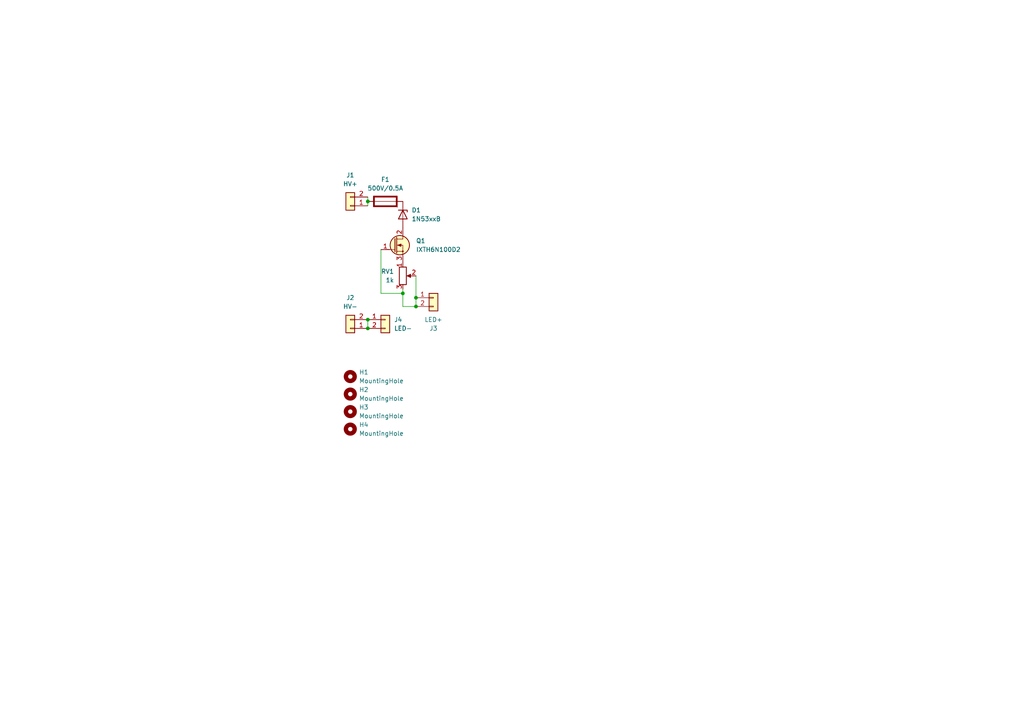
<source format=kicad_sch>
(kicad_sch (version 20230121) (generator eeschema)
  (paper "A4")
  (lib_symbols
    (symbol "Connector_Generic:Conn_01x02" (pin_names (offset 1.016) hide)
      (property "Reference" "J" (at 0 2.54 0))
      (property "Value" "Conn_01x02" (at 0 -5.08 0))
      (symbol "Conn_01x02_1_1"
        (rectangle (start -1.27 -2.413) (end 0 -2.667) (stroke (width 0.1524)))
        (rectangle (start -1.27 0.127) (end 0 -0.127) (stroke (width 0.1524)))
        (rectangle (start -1.27 1.27) (end 1.27 -3.81) (stroke (width 0.254)) (fill (type background)))
        (pin passive line (at -5.08 0 0) (length 3.81) (name "Pin_1") (number "1"))
        (pin passive line (at -5.08 -2.54 0) (length 3.81) (name "Pin_2") (number "2"))
      )
    )
    (symbol "Device:R_Potentiometer" (pin_names (offset 1.016) hide)
      (property "Reference" "RV" (at -4.445 0 90))
      (property "Value" "R_Potentiometer" (at -2.54 0 90))
      (symbol "R_Potentiometer_0_1"
        (polyline (pts (xy 2.54 0) (xy 1.524 0)))
        (polyline (pts (xy 1.143 0) (xy 2.286 0.508) (xy 2.286 -0.508) (xy 1.143 0)) (fill (type outline)))
        (rectangle (start 1.016 2.54) (end -1.016 -2.54) (stroke (width 0.254)))
      )
      (symbol "R_Potentiometer_1_1"
        (pin passive line (at 0 3.81 270) (length 1.27) (name "1") (number "1"))
        (pin passive line (at 3.81 0 180) (length 1.27) (name "2") (number "2"))
        (pin passive line (at 0 -3.81 90) (length 1.27) (name "3") (number "3"))
      )
    )
    (symbol "Diode:1N53xxB" (pin_numbers hide) (pin_names hide)
      (property "Reference" "D" (at 0 2.54 0))
      (property "Value" "1N53xxB" (at 0 -2.54 0))
      (symbol "1N53xxB_0_1"
        (polyline (pts (xy 1.27 0) (xy -1.27 0)))
        (polyline (pts (xy -1.27 -1.27) (xy -1.27 1.27) (xy -0.762 1.27)) (stroke (width 0.254)))
        (polyline (pts (xy 1.27 -1.27) (xy 1.27 1.27) (xy -1.27 0) (xy 1.27 -1.27)) (stroke (width 0.254)))
      )
      (symbol "1N53xxB_1_1"
        (pin passive line (at -3.81 0 0) (length 2.54) (name "K") (number "1"))
        (pin passive line (at 3.81 0 180) (length 2.54) (name "A") (number "2"))
      )
    )
    (symbol "Mechanical:MountingHole" (pin_names (offset 1.016))
      (property "Reference" "H" (at 0 5.08 0))
      (property "Value" "MountingHole" (at 0 3.175 0))
      (symbol "MountingHole_0_1"
        (circle (center 0 0) (radius 1.27) (stroke (width 1.27)))
      )
    )
    (symbol "PCM_Elektuur:F" (pin_numbers hide) (pin_names (offset 0) hide)
      (property "Reference" "F" (at 2.54 3.175 0))
      (property "Value" "F" (at 2.54 -3.175 0))
      (symbol "F_1_0"
        (polyline (pts (xy 0 3.429) (xy 0 -3.429)))
        (pin passive line (at 0 5.08 270) (length 1.651) (name "+") (number "1"))
        (pin passive line (at 0 -5.08 90) (length 1.651) (name "-") (number "2"))
      )
      (symbol "F_1_1"
        (polyline (pts (xy -1.524 -3.429) (xy 1.524 -3.429) (xy 1.524 3.429) (xy -1.524 3.429) (xy -1.524 -3.429) (xy -1.27 -3.175) (xy -1.27 3.175) (xy 1.27 3.175) (xy 1.27 -3.175) (xy -1.27 -3.175) (xy -1.524 -3.429)) (stroke (width 0.254)) (fill (type outline)))
      )
      (symbol "F_1_2"
        (polyline (pts (xy -1.524 -3.429) (xy 1.524 -3.429) (xy 1.524 3.429) (xy -1.524 3.429) (xy -1.524 -3.429) (xy -1.27 -3.175) (xy -1.27 2.667) (xy 1.27 2.667) (xy 1.27 -3.175) (xy -1.27 -3.175) (xy -1.524 -3.429)) (stroke (width 0.254)) (fill (type outline)))
      )
    )
    (symbol "PCM_Transistor_MOSFET_AKL:IXTH6N100D2" (pin_names hide)
      (property "Reference" "Q" (at 5.08 1.27 0))
      (property "Value" "IXTH6N100D2" (at 5.08 -1.27 0))
      (symbol "IXTH6N100D2_0_1"
        (polyline (pts (xy 0.254 -1.27) (xy -2.54 -1.27)))
        (polyline (pts (xy 0.254 1.905) (xy 0.254 -1.905)) (stroke (width 0.254)))
        (polyline (pts (xy 0.762 -2.286) (xy 0.762 2.286)) (stroke (width 0.254)))
        (polyline (pts (xy 0.762 -1.778) (xy 2.54 -1.778)))
        (polyline (pts (xy 2.54 1.778) (xy 0.762 1.778)))
        (polyline (pts (xy 2.54 2.54) (xy 2.54 1.778)))
        (polyline (pts (xy 2.54 -2.54) (xy 2.54 0) (xy 0.762 0)))
        (polyline (pts (xy 1.016 0) (xy 2.032 0.381) (xy 2.032 -0.381) (xy 1.016 0)) (fill (type outline)))
        (circle (center 1.651 0) (radius 2.794) (stroke (width 0.254)) (fill (type background)))
        (circle (center 2.54 -1.778) (radius 0.1778) (fill (type outline)))
      )
      (symbol "IXTH6N100D2_1_1"
        (pin input line (at -3.81 -1.27 0) (length 2.54) (name "G") (number "1"))
        (pin passive line (at 2.54 5.08 270) (length 2.54) (name "D") (number "2"))
        (pin passive line (at 2.54 -5.08 90) (length 2.54) (name "S") (number "3"))
      )
    )
  )
  (junction (at 106.68 58.42))
  (junction (at 106.68 95.25))
  (junction (at 106.68 92.71))
  (junction (at 120.65 86.36))
  (junction (at 120.65 88.9))
  (junction (at 116.84 85.09))
  (wire (pts (xy 110.49 72.39) (xy 110.49 85.09)))
  (wire (pts (xy 110.49 85.09) (xy 116.84 85.09)))
  (wire (pts (xy 106.68 57.15) (xy 106.68 58.42)))
  (wire (pts (xy 106.68 58.42) (xy 106.68 59.69)))
  (wire (pts (xy 116.84 88.9) (xy 120.65 88.9)))
  (wire (pts (xy 116.84 83.82) (xy 116.84 85.09)))
  (wire (pts (xy 106.68 92.71) (xy 106.68 95.25)))
  (wire (pts (xy 120.65 80.01) (xy 120.65 86.36)))
  (wire (pts (xy 116.84 85.09) (xy 116.84 88.9)))
  (wire (pts (xy 120.65 88.9) (xy 120.65 86.36)))
  (symbol (lib_id "Mechanical:MountingHole") (at 101.6 124.46 0) (unit 1)
    (property "Reference" "H4" (at 104.14 123.19 0) (effects (justify left)))
    (property "Value" "MountingHole" (at 104.14 125.73 0) (effects (justify left)))
    (property "Footprint" "MountingHole:MountingHole_4.3mm_M4_DIN965" (effects hide))
  )
  (symbol (lib_id "Diode:1N53xxB") (at 116.84 62.23 270) (unit 1)
    (property "Reference" "D1" (at 119.38 60.96 90) (effects (justify left)))
    (property "Value" "1N53xxB" (at 119.38 63.5 90) (effects (justify left)))
    (property "Footprint" "Diode_THT:D_DO-201_P15.24mm_Horizontal" (effects hide))
    (property "Datasheet" "https://diotec.com/tl_files/diotec/files/pdf/datasheets/1n5345b.pdf" (effects hide))
  )
  (symbol (lib_id "PCM_Transistor_MOSFET_AKL:IXTH6N100D2") (at 114.3 71.12 0) (unit 1)
    (property "Reference" "Q1" (at 120.65 69.85 0) (effects (justify left)))
    (property "Value" "IXTH6N100D2" (at 120.65 72.39 0) (effects (justify left)))
    (property "Footprint" "Package_TO_SOT_THT:TO-247-3_Vertical" (effects hide))
    (property "Datasheet" "https://www.tme.eu/Document/f8261b21cd0d48dda080c02a8593371c/IXTA%28H,P%296N100D2.pdf" (effects hide))
  )
  (symbol (lib_id "Connector_Generic:Conn_01x02") (at 101.6 59.69 180) (unit 1)
    (property "Reference" "J1" (at 101.6 50.8 0))
    (property "Value" "HV+" (at 101.6 53.34 0))
    (property "Footprint" "SamacSys_Parts:DF33C2P33DSA24" (effects hide))
  )
  (symbol (lib_id "Connector_Generic:Conn_01x02") (at 111.76 92.71 0) (unit 1)
    (property "Reference" "J4" (at 114.3 92.71 0) (effects (justify left)))
    (property "Value" "LED-" (at 114.3 95.25 0) (effects (justify left)))
    (property "Footprint" "SamacSys_Parts:DF33C2P33DSA24" (effects hide))
  )
  (symbol (lib_id "Mechanical:MountingHole") (at 101.6 119.38 0) (unit 1)
    (property "Reference" "H3" (at 104.14 118.11 0) (effects (justify left)))
    (property "Value" "MountingHole" (at 104.14 120.65 0) (effects (justify left)))
    (property "Footprint" "MountingHole:MountingHole_4.3mm_M4_DIN965" (effects hide))
  )
  (symbol (lib_id "PCM_Elektuur:F") (at 111.76 58.42 90) (unit 1)
    (property "Reference" "F1" (at 111.76 52.07 90))
    (property "Value" "500V/0.5A" (at 111.76 54.61 90))
    (property "Footprint" "SamacSys_Parts:65600001009" (effects hide))
    (property "Sim.Pins" "1=1 2=2" (effects hide))
    (property "Sim.Device" "SPICE" (effects hide))
    (property "Sim.Params" "X" (effects hide))
    (property "Indicator" "●" (effects hide))
    (property "Rating" "W" (effects hide))
  )
  (symbol (lib_id "Mechanical:MountingHole") (at 101.6 109.22 0) (unit 1)
    (property "Reference" "H1" (at 104.14 107.95 0) (effects (justify left)))
    (property "Value" "MountingHole" (at 104.14 110.49 0) (effects (justify left)))
    (property "Footprint" "MountingHole:MountingHole_4.3mm_M4_DIN965" (effects hide))
  )
  (symbol (lib_id "Device:R_Potentiometer") (at 116.84 80.01 0) (unit 1)
    (property "Reference" "RV1" (at 114.3 78.74 0) (effects (justify right)))
    (property "Value" "1k" (at 114.3 81.28 0) (effects (justify right)))
    (property "Footprint" "Potentiometer_THT:Potentiometer_Bourns_3386C_Horizontal" (effects hide))
  )
  (symbol (lib_id "Connector_Generic:Conn_01x02") (at 125.73 86.36 0) (unit 1)
    (property "Reference" "J3" (at 125.73 95.25 0))
    (property "Value" "LED+" (at 125.73 92.71 0))
    (property "Footprint" "SamacSys_Parts:DF33C2P33DSA24" (effects hide))
  )
  (symbol (lib_id "Connector_Generic:Conn_01x02") (at 101.6 95.25 180) (unit 1)
    (property "Reference" "J2" (at 101.6 86.36 0))
    (property "Value" "HV-" (at 101.6 88.9 0))
    (property "Footprint" "SamacSys_Parts:DF33C2P33DSA24" (effects hide))
  )
  (symbol (lib_id "Mechanical:MountingHole") (at 101.6 114.3 0) (unit 1)
    (property "Reference" "H2" (at 104.14 113.03 0) (effects (justify left)))
    (property "Value" "MountingHole" (at 104.14 115.57 0) (effects (justify left)))
    (property "Footprint" "MountingHole:MountingHole_4.3mm_M4_DIN965" (effects hide))
  )
)
</source>
